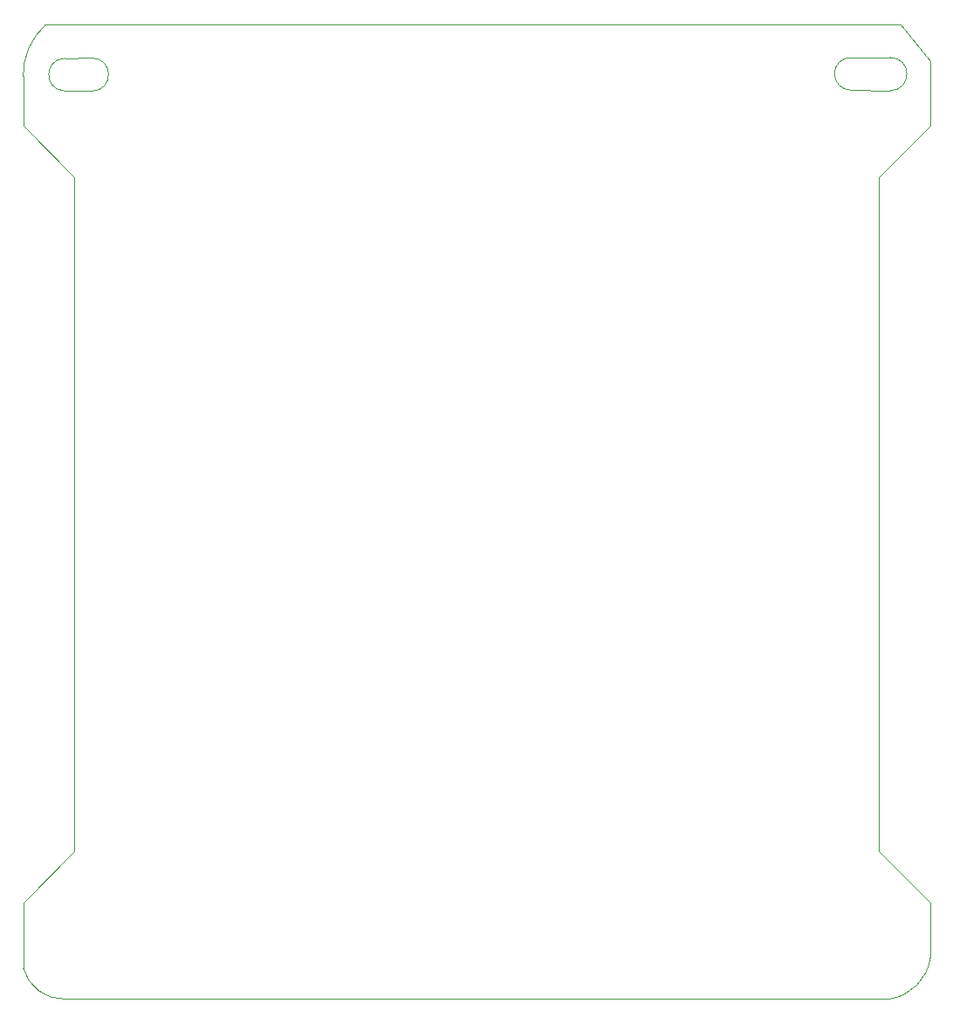
<source format=gbr>
%TF.GenerationSoftware,KiCad,Pcbnew,9.0.0*%
%TF.CreationDate,2025-06-10T14:56:09-07:00*%
%TF.ProjectId,og_pcb,6f675f70-6362-42e6-9b69-6361645f7063,rev?*%
%TF.SameCoordinates,Original*%
%TF.FileFunction,Profile,NP*%
%FSLAX46Y46*%
G04 Gerber Fmt 4.6, Leading zero omitted, Abs format (unit mm)*
G04 Created by KiCad (PCBNEW 9.0.0) date 2025-06-10 14:56:09*
%MOMM*%
%LPD*%
G01*
G04 APERTURE LIST*
%TA.AperFunction,Profile*%
%ADD10C,0.100000*%
%TD*%
G04 APERTURE END LIST*
D10*
X95241838Y-166010678D02*
G75*
G02*
X91241794Y-163010690I-60638J4085878D01*
G01*
X179241838Y-80281800D02*
X179241838Y-81316278D01*
X175241838Y-166010678D02*
X95241838Y-166010678D01*
X93405358Y-71525523D02*
X97875000Y-71500000D01*
X174268638Y-86289478D02*
X174268638Y-151673078D01*
X145500000Y-71500000D02*
X170900000Y-71500000D01*
X175365000Y-74690000D02*
X171564975Y-74690793D01*
X179241838Y-80281800D02*
X179241838Y-75010678D01*
X133435000Y-71500000D02*
X97875000Y-71500000D01*
X170900000Y-71500000D02*
X176340000Y-71515000D01*
X171515000Y-77840000D02*
G75*
G02*
X171564975Y-74690793I0J1575000D01*
G01*
X95164802Y-77914991D02*
G75*
G02*
X95214775Y-74765746I134098J1572891D01*
G01*
X91241838Y-156646278D02*
X96218638Y-151669478D01*
X91241838Y-157936278D02*
X91241838Y-156646278D01*
X97915000Y-74740000D02*
G75*
G02*
X97915000Y-77940000I0J-1600000D01*
G01*
X179241838Y-81316278D02*
X174268638Y-86289478D01*
X175365000Y-74690000D02*
G75*
G02*
X175365000Y-77890000I0J-1600000D01*
G01*
X91241838Y-81316278D02*
X91241838Y-76510678D01*
X179241838Y-157468278D02*
X179241838Y-156646278D01*
X91241838Y-76510678D02*
G75*
G02*
X93405359Y-71525524I6488762J145978D01*
G01*
X133435000Y-71500000D02*
X134791838Y-71500000D01*
X179241838Y-157468278D02*
X179241838Y-162010678D01*
X179241838Y-162010678D02*
G75*
G02*
X175241845Y-166010729I-4618638J618578D01*
G01*
X91241838Y-81316278D02*
X96218638Y-86293078D01*
X179241838Y-156646278D02*
X174268638Y-151673078D01*
X176340000Y-71515000D02*
X179241838Y-75010678D01*
X96224938Y-151663178D02*
X96200000Y-137800000D01*
X171515000Y-77840000D02*
X175365000Y-77890000D01*
X96200000Y-137800000D02*
X96218638Y-86293078D01*
X91241838Y-163010678D02*
X91241838Y-157936278D01*
X95214777Y-74765784D02*
X97915000Y-74740000D01*
X95164802Y-77914991D02*
X97915000Y-77940000D01*
X134791838Y-71500000D02*
X144342238Y-71500000D01*
X145500000Y-71500000D02*
X144342238Y-71500000D01*
M02*

</source>
